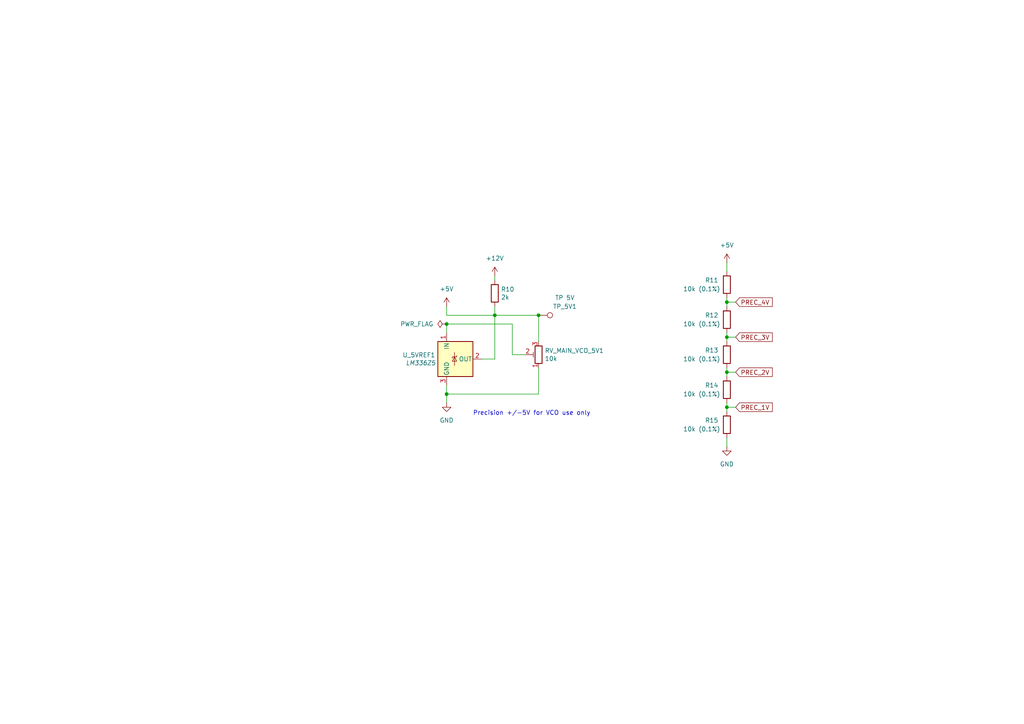
<source format=kicad_sch>
(kicad_sch (version 20250114) (generator "eeschema") (generator_version "9.0")
  (paper "A4")
  (lib_symbols
    (symbol "Connector:TestPoint" (pin_numbers (hide yes)) (pin_names (offset 0.762) (hide yes))
      (property "Reference" "TP" (at 0 6.858 0))
      (property "Value" "TestPoint" (at 0 5.08 0))
      (symbol "TestPoint_0_1"
        (circle (center 0 3.302) (radius 0.762))
      )
      (symbol "TestPoint_1_1"
        (pin passive line (at 0 0 90) (length 2.54) (name "1") (number "1"))
      )
    )
    (symbol "Device:R" (pin_numbers (hide yes)) (pin_names (offset 0))
      (property "Reference" "R" (at 2.032 0 90))
      (property "Value" "R" (at 0 0 90))
      (symbol "R_0_1"
        (rectangle (start -1.016 -2.54) (end 1.016 2.54) (stroke (width 0.254)))
      )
      (symbol "R_1_1"
        (pin passive line (at 0 3.81 270) (length 1.27) (name "~") (number "1"))
        (pin passive line (at 0 -3.81 90) (length 1.27) (name "~") (number "2"))
      )
    )
    (symbol "Device:R_Potentiometer_Trim" (pin_names (offset 1.016) (hide yes))
      (property "Reference" "RV" (at -4.445 0 90))
      (property "Value" "R_Potentiometer_Trim" (at -2.54 0 90))
      (symbol "R_Potentiometer_Trim_0_1"
        (rectangle (start 1.016 2.54) (end -1.016 -2.54) (stroke (width 0.254)))
        (polyline (pts (xy 1.524 0.762) (xy 1.524 -0.762)))
        (polyline (pts (xy 2.54 0) (xy 1.524 0)))
      )
      (symbol "R_Potentiometer_Trim_1_1"
        (pin passive line (at 0 3.81 270) (length 1.27) (name "1") (number "1"))
        (pin passive line (at 0 -3.81 90) (length 1.27) (name "3") (number "3"))
        (pin passive line (at 3.81 0 180) (length 1.27) (name "2") (number "2"))
      )
    )
    (symbol "Reference_Voltage:REF3033" (pin_names (offset 0.254))
      (property "Reference" "U" (at 0 6.35 0))
      (property "Value" "REF3033" (at 2.54 -6.35 0))
      (symbol "REF3033_0_1"
        (rectangle (start -5.08 5.08) (end 5.08 -5.08) (stroke (width 0.254)) (fill (type background)))
        (polyline (pts (xy -0.889 -0.635) (xy 0.381 -0.635) (xy -0.254 0.635) (xy -0.889 -0.635)))
        (polyline (pts (xy -0.254 1.905) (xy -0.254 -1.905)))
        (polyline (pts (xy 0.381 1.016) (xy 0.381 0.635) (xy -0.889 0.635) (xy -0.889 0.254)))
      )
      (symbol "REF3033_1_1"
        (pin power_in line (at -2.54 7.62 270) (length 2.54) (name "IN") (number "1"))
        (pin power_in line (at -2.54 -7.62 90) (length 2.54) (name "GND") (number "3"))
        (pin power_out line (at 7.62 0 180) (length 2.54) (name "OUT") (number "2"))
      )
    )
    (symbol "power:+12V" (power) (pin_numbers (hide yes)) (pin_names (offset 0) (hide yes))
      (property "Value" "+12V" (at 0 3.556 0))
      (symbol "+12V_0_1"
        (polyline (pts (xy -0.762 1.27) (xy 0 2.54)))
        (polyline (pts (xy 0 2.54) (xy 0.762 1.27)))
        (polyline (pts (xy 0 0) (xy 0 2.54)))
      )
      (symbol "+12V_1_1"
        (pin power_in line (at 0 0 90) (length 0) (name "~") (number "1"))
      )
    )
    (symbol "power:+5V" (power) (pin_numbers (hide yes)) (pin_names (offset 0) (hide yes))
      (property "Value" "+5V" (at 0 3.556 0))
      (symbol "+5V_0_1"
        (polyline (pts (xy -0.762 1.27) (xy 0 2.54)))
        (polyline (pts (xy 0 2.54) (xy 0.762 1.27)))
        (polyline (pts (xy 0 0) (xy 0 2.54)))
      )
      (symbol "+5V_1_1"
        (pin power_in line (at 0 0 90) (length 0) (name "~") (number "1"))
      )
    )
    (symbol "power:GND" (power) (pin_numbers (hide yes)) (pin_names (offset 0) (hide yes))
      (property "Value" "GND" (at 0 -3.81 0))
      (symbol "GND_0_1"
        (polyline (pts (xy 0 0) (xy 0 -1.27) (xy 1.27 -1.27) (xy 0 -2.54) (xy -1.27 -1.27) (xy 0 -1.27)))
      )
      (symbol "GND_1_1"
        (pin power_in line (at 0 0 270) (length 0) (name "~") (number "1"))
      )
    )
    (symbol "power:PWR_FLAG" (power) (pin_numbers (hide yes)) (pin_names (offset 0) (hide yes))
      (property "Value" "PWR_FLAG" (at 0 3.81 0))
      (symbol "PWR_FLAG_0_0"
        (pin power_out line (at 0 0 90) (length 0) (name "pwr") (number "1"))
      )
      (symbol "PWR_FLAG_0_1"
        (polyline (pts (xy 0 0) (xy 0 1.27) (xy -1.016 1.905) (xy 0 2.54) (xy 1.016 1.905) (xy 0 1.27)))
      )
    )
  )
  (text "Precision +/-5V for VCO use only" (at 137.16 120.65 0) (effects (font (size 1.27 1.27)) (justify left bottom)))
  (junction (at 210.82 97.79))
  (junction (at 129.54 93.98))
  (junction (at 156.21 91.44))
  (junction (at 210.82 118.11))
  (junction (at 129.54 114.3))
  (junction (at 210.82 87.63))
  (junction (at 210.82 107.95))
  (junction (at 143.51 91.44))
  (wire (pts (xy 213.36 87.63) (xy 210.82 87.63)))
  (wire (pts (xy 210.82 109.22) (xy 210.82 107.95)))
  (wire (pts (xy 139.7 104.14) (xy 143.51 104.14)))
  (wire (pts (xy 210.82 107.95) (xy 210.82 106.68)))
  (wire (pts (xy 129.54 88.9) (xy 129.54 91.44)))
  (wire (pts (xy 143.51 91.44) (xy 156.21 91.44)))
  (wire (pts (xy 210.82 119.38) (xy 210.82 118.11)))
  (wire (pts (xy 210.82 118.11) (xy 210.82 116.84)))
  (wire (pts (xy 213.36 118.11) (xy 210.82 118.11)))
  (wire (pts (xy 129.54 114.3) (xy 156.21 114.3)))
  (wire (pts (xy 213.36 97.79) (xy 210.82 97.79)))
  (wire (pts (xy 210.82 99.06) (xy 210.82 97.79)))
  (wire (pts (xy 148.59 102.87) (xy 152.4 102.87)))
  (wire (pts (xy 143.51 88.9) (xy 143.51 91.44)))
  (wire (pts (xy 129.54 111.76) (xy 129.54 114.3)))
  (wire (pts (xy 210.82 86.36) (xy 210.82 87.63)))
  (wire (pts (xy 129.54 93.98) (xy 148.59 93.98)))
  (wire (pts (xy 210.82 97.79) (xy 210.82 96.52)))
  (wire (pts (xy 210.82 76.2) (xy 210.82 78.74)))
  (wire (pts (xy 210.82 87.63) (xy 210.82 88.9)))
  (wire (pts (xy 210.82 129.54) (xy 210.82 127)))
  (wire (pts (xy 213.36 107.95) (xy 210.82 107.95)))
  (wire (pts (xy 129.54 114.3) (xy 129.54 116.84)))
  (wire (pts (xy 129.54 91.44) (xy 143.51 91.44)))
  (wire (pts (xy 143.51 104.14) (xy 143.51 91.44)))
  (wire (pts (xy 156.21 114.3) (xy 156.21 106.68)))
  (wire (pts (xy 148.59 93.98) (xy 148.59 102.87)))
  (wire (pts (xy 129.54 96.52) (xy 129.54 93.98)))
  (wire (pts (xy 143.51 80.01) (xy 143.51 81.28)))
  (wire (pts (xy 156.21 91.44) (xy 156.21 99.06)))
  (global_label "PREC_4V" (shape input) (at 213.36 87.63 0) (property "Intersheetrefs" "${INTERSHEET_REFS}" (effects (hide yes))))
  (global_label "PREC_3V" (shape input) (at 213.36 97.79 0) (property "Intersheetrefs" "${INTERSHEET_REFS}" (effects (hide yes))))
  (global_label "PREC_1V" (shape input) (at 213.36 118.11 0) (property "Intersheetrefs" "${INTERSHEET_REFS}" (effects (hide yes))))
  (global_label "PREC_2V" (shape input) (at 213.36 107.95 0) (property "Intersheetrefs" "${INTERSHEET_REFS}" (effects (hide yes))))
  (symbol (lib_id "Device:R") (at 210.82 123.19 0) (unit 1)
    (property "Reference" "R15" (at 204.47 121.92 0) (effects (justify left)))
    (property "Value" "10k (0.1%)" (at 198.12 124.46 0) (effects (justify left)))
    (property "Footprint" "Shmoergh_Custom_Footprints:R_Axial_DIN0207_L6.3mm_D2.5mm_P7.62mm_Horizontal" (effects (hide yes)))
    (property "Description" "Resistor" (effects (hide yes)))
    (property "Vendor" "Mouser" (effects (hide yes)))
  )
  (symbol (lib_id "power:+5V") (at 129.54 88.9 0) (unit 1)
    (property "Reference" "#PWR020" (effects (hide yes)))
    (property "Value" "+5V" (at 129.54 83.82 0))
  )
  (symbol (lib_id "Device:R") (at 210.82 102.87 0) (unit 1)
    (property "Reference" "R13" (at 204.47 101.6 0) (effects (justify left)))
    (property "Value" "10k (0.1%)" (at 198.12 104.14 0) (effects (justify left)))
    (property "Footprint" "Shmoergh_Custom_Footprints:R_Axial_DIN0207_L6.3mm_D2.5mm_P7.62mm_Horizontal" (effects (hide yes)))
    (property "Description" "Resistor" (effects (hide yes)))
    (property "Vendor" "Mouser" (effects (hide yes)))
  )
  (symbol (lib_id "Device:R") (at 210.82 82.55 0) (unit 1)
    (property "Reference" "R11" (at 204.47 81.28 0) (effects (justify left)))
    (property "Value" "10k (0.1%)" (at 198.12 83.82 0) (effects (justify left)))
    (property "Footprint" "Shmoergh_Custom_Footprints:R_Axial_DIN0207_L6.3mm_D2.5mm_P7.62mm_Horizontal" (effects (hide yes)))
    (property "Description" "Resistor" (effects (hide yes)))
    (property "Vendor" "Mouser" (effects (hide yes)))
  )
  (symbol (lib_id "power:GND") (at 129.54 116.84 0) (unit 1)
    (property "Reference" "#PWR021" (effects (hide yes)))
    (property "Value" "GND" (at 129.54 121.92 0))
    (property "Description" "Power symbol creates a global label with name \"GND\" , ground" (effects (hide yes)))
  )
  (symbol (lib_id "Connector:TestPoint") (at 156.21 91.44 270) (unit 1) (in_bom no)
    (property "Reference" "TP_5V1" (at 163.83 88.9 90))
    (property "Value" "TP 5V" (at 163.83 86.36 90))
    (property "Footprint" "TestPoint:TestPoint_THTPad_2.0x2.0mm_Drill1.0mm" (effects (hide yes)))
  )
  (symbol (lib_id "Device:R") (at 143.51 85.09 0) (unit 1)
    (property "Reference" "R10" (at 145.288 83.9216 0) (effects (justify left)))
    (property "Value" "2k" (at 145.288 86.233 0) (effects (justify left)))
    (property "Footprint" "Shmoergh_Custom_Footprints:R_Axial_DIN0207_L6.3mm_D2.5mm_P7.62mm_Horizontal" (effects (hide yes)))
    (property "Part No." "603-MFR-25FTF52-2K" (effects (hide yes)))
    (property "Part URL" "https://mou.sr/425kXjj" (effects (hide yes)))
    (property "Vendor" "Mouser" (effects (hide yes)))
  )
  (symbol (lib_id "Device:R_Potentiometer_Trim") (at 156.21 102.87 180) (unit 1)
    (property "Reference" "RV_MAIN_VCO_5V1" (at 157.988 101.7016 0) (effects (justify right)))
    (property "Value" "10k" (at 157.988 104.013 0) (effects (justify right)))
    (property "Footprint" "Potentiometer_THT:Potentiometer_Bourns_3006P_Horizontal" (effects (hide yes)))
    (property "Part No." "652-3006P-1-103-LF " (effects (hide yes)))
    (property "Part URL" "https://mou.sr/41xh2vW" (effects (hide yes)))
    (property "Vendor" "Mouser" (effects (hide yes)))
  )
  (symbol (lib_id "Device:R") (at 210.82 113.03 0) (unit 1)
    (property "Reference" "R14" (at 204.47 111.76 0) (effects (justify left)))
    (property "Value" "10k (0.1%)" (at 198.12 114.3 0) (effects (justify left)))
    (property "Footprint" "Shmoergh_Custom_Footprints:R_Axial_DIN0207_L6.3mm_D2.5mm_P7.62mm_Horizontal" (effects (hide yes)))
    (property "Description" "Resistor" (effects (hide yes)))
    (property "Vendor" "Mouser" (effects (hide yes)))
  )
  (symbol (lib_id "power:+12V") (at 143.51 80.01 0) (unit 1)
    (property "Reference" "#PWR022" (effects (hide yes)))
    (property "Value" "+12V" (at 143.51 74.93 0))
    (property "Description" "Power symbol creates a global label with name \"+12V\"" (effects (hide yes)))
  )
  (symbol (lib_id "power:+5V") (at 210.82 76.2 0) (unit 1)
    (property "Reference" "#PWR023" (effects (hide yes)))
    (property "Value" "+5V" (at 210.82 71.12 0))
    (property "Description" "Power symbol creates a global label with name \"+5V\"" (effects (hide yes)))
  )
  (symbol (lib_id "Device:R") (at 210.82 92.71 0) (unit 1)
    (property "Reference" "R12" (at 204.47 91.44 0) (effects (justify left)))
    (property "Value" "10k (0.1%)" (at 198.12 93.98 0) (effects (justify left)))
    (property "Footprint" "Shmoergh_Custom_Footprints:R_Axial_DIN0207_L6.3mm_D2.5mm_P7.62mm_Horizontal" (effects (hide yes)))
    (property "Description" "Resistor" (effects (hide yes)))
    (property "Vendor" "Mouser" (effects (hide yes)))
  )
  (symbol (lib_id "Reference_Voltage:REF3033") (at 132.08 104.14 0) (unit 1)
    (property "Reference" "U_5VREF1" (at 126.2634 102.9716 0) (effects (justify right)))
    (property "Value" "LM336Z5" (at 126.2634 105.283 0) (effects (font (italic yes)) (justify right)))
    (property "Footprint" "Package_TO_SOT_THT:TO-92L_Inline_Wide" (effects (hide yes)))
    (property "Datasheet" "http://www.ti.com/lit/ds/symlink/ref3033.pdf" (effects (hide yes)))
    (property "Arwill" "https://arwill.hu/termekek/felvezetok/ic-k/analog/lm336z-5-integralt-aramkor-690028/" (effects (hide yes)))
    (property "Part No." "926-LM336Z-50/NOPB " (effects (hide yes)))
    (property "Part URL" "https://mou.sr/3y3TEcP" (effects (hide yes)))
    (property "Vendor" "Mouser" (effects (hide yes)))
  )
  (symbol (lib_id "power:PWR_FLAG") (at 129.54 93.98 90) (unit 1)
    (property "Reference" "#FLG04" (effects (hide yes)))
    (property "Value" "PWR_FLAG" (at 125.73 93.98 90) (effects (justify left)))
  )
  (symbol (lib_id "power:GND") (at 210.82 129.54 0) (unit 1)
    (property "Reference" "#PWR024" (effects (hide yes)))
    (property "Value" "GND" (at 210.82 134.62 0))
    (property "Description" "Power symbol creates a global label with name \"GND\" , ground" (effects (hide yes)))
  )
)
</source>
